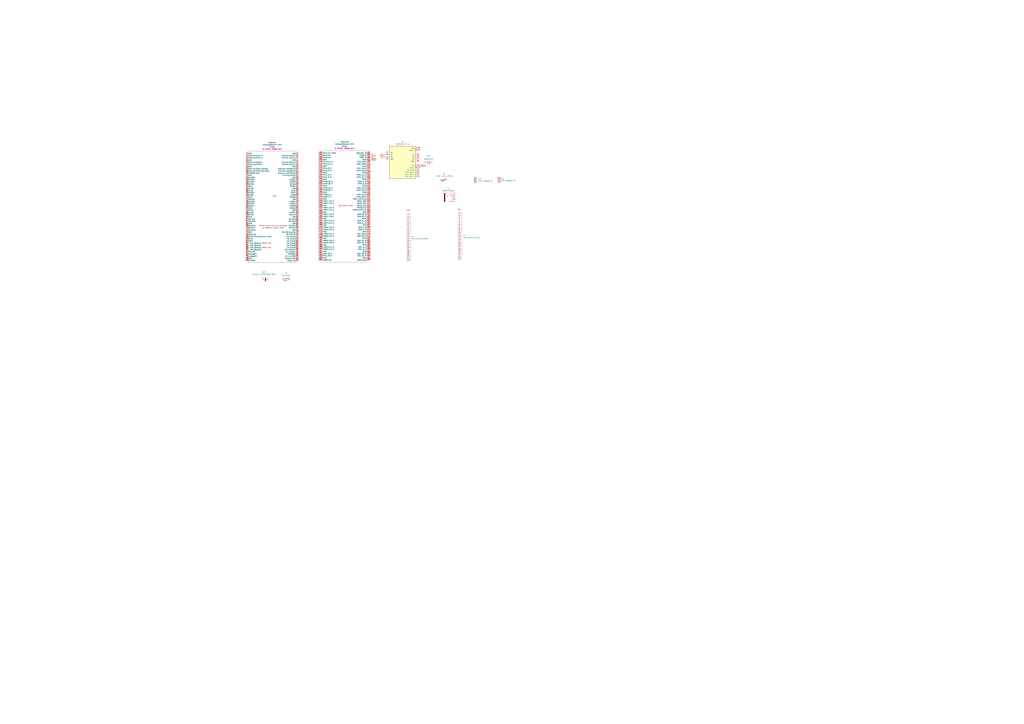
<source format=kicad_sch>
(kicad_sch (version 20211123) (generator eeschema)
  (paper "A0")
  (title_block (title "SPIRIT-carrier-board") (date "2024-08-16") (rev "1") (company "V-Electronics"))
  (lib_symbols
    (symbol "CM4IO:ComputeModule4-CM4"
      (property "Reference" "Module" (at 113.03 -68.58 0))
      (property "Value" "ComputeModule4-CM4" (at 140.97 2.54 0))
      (property "Field4" "Hirose" (at 0 0 0))
      (property "Field5" "2x DF40C-100DS-0.4V" (at 0 -2.54 0))
      (symbol "ComputeModule4-CM4_1_0"
        (text "GPIO" (at 0 6.35 0) (effects (font (size 1.27 1.27))))
      )
      (symbol "ComputeModule4-CM4_1_1"
        (rectangle (start -30.48 -71.12) (end 25.4 58.42))
        (text "600mA Max" (at -8.89 -53.34 0) (effects (font (size 1.27 1.27))))
        (text "600mA Max" (at -8.89 -48.26 0) (effects (font (size 1.27 1.27))))
        (text "NB SD signals are only available" (at -1.27 -27.94 0) (effects (font (size 1.27 1.27))))
        (text "on modules without eMMC" (at -1.27 -30.48 0) (effects (font (size 1.27 1.27))))
        (pin power_in line (at 27.94 55.88 180) (length 2.54) (name "GND") (number "1"))
        (pin passive line (at -33.02 45.72 0) (length 2.54) (name "Ethernet_Pair0_N") (number "10"))
        (pin output line (at -33.02 -68.58 0) (length 2.54) (name "nEXTRST") (number "100"))
        (pin passive line (at 27.94 43.18 180) (length 2.54) (name "Ethernet_Pair2_P") (number "11"))
        (pin passive line (at -33.02 43.18 0) (length 2.54) (name "Ethernet_Pair0_P") (number "12"))
        (pin power_in line (at 27.94 40.64 180) (length 2.54) (name "GND") (number "13"))
        (pin power_in line (at -33.02 40.64 0) (length 2.54) (name "GND") (number "14"))
        (pin output line (at 27.94 38.1 180) (length 2.54) (name "Ethernet_nLED3(3.3v)") (number "15"))
        (pin input line (at -33.02 38.1 0) (length 2.54) (name "Ethernet_SYNC_IN(1.8v)") (number "16"))
        (pin output line (at 27.94 35.56 180) (length 2.54) (name "Ethernet_nLED2(3.3v)") (number "17"))
        (pin input line (at -33.02 35.56 0) (length 2.54) (name "Ethernet_SYNC_OUT(1.8v)") (number "18"))
        (pin output line (at 27.94 33.02 180) (length 2.54) (name "Ethernet_nLED1(3.3v)") (number "19"))
        (pin power_in line (at -33.02 55.88 0) (length 2.54) (name "GND") (number "2"))
        (pin passive line (at -33.02 33.02 0) (length 2.54) (name "EEPROM_nWP") (number "20"))
        (pin open_collector line (at 27.94 30.48 180) (length 2.54) (name "PI_nLED_Activity") (number "21"))
        (pin power_in line (at -33.02 30.48 0) (length 2.54) (name "GND") (number "22"))
        (pin power_in line (at 27.94 27.94 180) (length 2.54) (name "GND") (number "23"))
        (pin passive line (at -33.02 27.94 0) (length 2.54) (name "GPIO26") (number "24"))
        (pin passive line (at 27.94 25.4 180) (length 2.54) (name "GPIO21") (number "25"))
        (pin passive line (at -33.02 25.4 0) (length 2.54) (name "GPIO19") (number "26"))
        (pin passive line (at 27.94 22.86 180) (length 2.54) (name "GPIO20") (number "27"))
        (pin passive line (at -33.02 22.86 0) (length 2.54) (name "GPIO13") (number "28"))
        (pin passive line (at 27.94 20.32 180) (length 2.54) (name "GPIO16") (number "29"))
        (pin passive line (at 27.94 53.34 180) (length 2.54) (name "Ethernet_Pair3_P") (number "3"))
        (pin passive line (at -33.02 20.32 0) (length 2.54) (name "GPIO6") (number "30"))
        (pin passive line (at 27.94 17.78 180) (length 2.54) (name "GPIO12") (number "31"))
        (pin power_in line (at -33.02 17.78 0) (length 2.54) (name "GND") (number "32"))
        (pin power_in line (at 27.94 15.24 180) (length 2.54) (name "GND") (number "33"))
        (pin passive line (at -33.02 15.24 0) (length 2.54) (name "GPIO5") (number "34"))
        (pin passive line (at 27.94 12.7 180) (length 2.54) (name "ID_SC") (number "35"))
        (pin passive line (at -33.02 12.7 0) (length 2.54) (name "ID_SD") (number "36"))
        (pin passive line (at 27.94 10.16 180) (length 2.54) (name "GPIO7") (number "37"))
        (pin passive line (at -33.02 10.16 0) (length 2.54) (name "GPIO11") (number "38"))
        (pin passive line (at 27.94 7.62 180) (length 2.54) (name "GPIO8") (number "39"))
        (pin passive line (at -33.02 53.34 0) (length 2.54) (name "Ethernet_Pair1_P") (number "4"))
        (pin passive line (at -33.02 7.62 0) (length 2.54) (name "GPIO9") (number "40"))
        (pin passive line (at 27.94 5.08 180) (length 2.54) (name "GPIO25") (number "41"))
        (pin power_in line (at -33.02 5.08 0) (length 2.54) (name "GND") (number "42"))
        (pin power_in line (at 27.94 2.54 180) (length 2.54) (name "GND") (number "43"))
        (pin passive line (at -33.02 2.54 0) (length 2.54) (name "GPIO10") (number "44"))
        (pin passive line (at 27.94 0 180) (length 2.54) (name "GPIO24") (number "45"))
        (pin passive line (at -33.02 0 0) (length 2.54) (name "GPIO22") (number "46"))
        (pin passive line (at 27.94 -2.54 180) (length 2.54) (name "GPIO23") (number "47"))
        (pin passive line (at -33.02 -2.54 0) (length 2.54) (name "GPIO27") (number "48"))
        (pin passive line (at 27.94 -5.08 180) (length 2.54) (name "GPIO18") (number "49"))
        (pin passive line (at 27.94 50.8 180) (length 2.54) (name "Ethernet_Pair3_N") (number "5"))
        (pin passive line (at -33.02 -5.08 0) (length 2.54) (name "GPIO17") (number "50"))
        (pin passive line (at 27.94 -7.62 180) (length 2.54) (name "GPIO15") (number "51"))
        (pin power_in line (at -33.02 -7.62 0) (length 2.54) (name "GND") (number "52"))
        (pin power_in line (at 27.94 -10.16 180) (length 2.54) (name "GND") (number "53"))
        (pin passive line (at -33.02 -10.16 0) (length 2.54) (name "GPIO4") (number "54"))
        (pin passive line (at 27.94 -12.7 180) (length 2.54) (name "GPIO14") (number "55"))
        (pin passive line (at -33.02 -12.7 0) (length 2.54) (name "GPIO3") (number "56"))
        (pin passive line (at 27.94 -15.24 180) (length 2.54) (name "SD_CLK") (number "57"))
        (pin passive line (at -33.02 -15.24 0) (length 2.54) (name "GPIO2") (number "58"))
        (pin power_in line (at 27.94 -17.78 180) (length 2.54) (name "GND") (number "59"))
        (pin passive line (at -33.02 50.8 0) (length 2.54) (name "Ethernet_Pair1_N") (number "6"))
        (pin power_in line (at -33.02 -17.78 0) (length 2.54) (name "GND") (number "60"))
        (pin passive line (at 27.94 -20.32 180) (length 2.54) (name "SD_DAT3") (number "61"))
        (pin passive line (at -33.02 -20.32 0) (length 2.54) (name "SD_CMD") (number "62"))
        (pin passive line (at 27.94 -22.86 180) (length 2.54) (name "SD_DAT0") (number "63"))
        (pin passive line (at -33.02 -22.86 0) (length 2.54) (name "SD_DAT5") (number "64"))
        (pin power_in line (at 27.94 -25.4 180) (length 2.54) (name "GND") (number "65"))
        (pin power_in line (at -33.02 -25.4 0) (length 2.54) (name "GND") (number "66"))
        (pin passive line (at 27.94 -27.94 180) (length 2.54) (name "SD_DAT1") (number "67"))
        (pin passive line (at -33.02 -27.94 0) (length 2.54) (name "SD_DAT4") (number "68"))
        (pin passive line (at 27.94 -30.48 180) (length 2.54) (name "SD_DAT2") (number "69"))
        (pin power_in line (at 27.94 48.26 180) (length 2.54) (name "GND") (number "7"))
        (pin passive line (at -33.02 -30.48 0) (length 2.54) (name "SD_DAT7") (number "70"))
        (pin power_in line (at 27.94 -33.02 180) (length 2.54) (name "GND") (number "71"))
        (pin passive line (at -33.02 -33.02 0) (length 2.54) (name "SD_DAT6") (number "72"))
        (pin input line (at 27.94 -35.56 180) (length 2.54) (name "SD_VDD_Override") (number "73"))
        (pin power_in line (at -33.02 -35.56 0) (length 2.54) (name "GND") (number "74"))
        (pin output line (at 27.94 -38.1 180) (length 2.54) (name "SD_PWR_ON") (number "75"))
        (pin passive line (at -33.02 -38.1 0) (length 2.54) (name "Reserved") (number "76"))
        (pin power_in line (at 27.94 -40.64 180) (length 2.54) (name "+5v_(Input)") (number "77"))
        (pin power_in line (at -33.02 -40.64 0) (length 2.54) (name "GPIO_VREF(1.8v/3.3v_Input)") (number "78"))
        (pin power_in line (at 27.94 -43.18 180) (length 2.54) (name "+5v_(Input)") (number "79"))
        (pin power_in line (at -33.02 48.26 0) (length 2.54) (name "GND") (number "8"))
        (pin passive line (at -33.02 -43.18 0) (length 2.54) (name "SCL0") (number "80"))
        (pin power_in line (at 27.94 -45.72 180) (length 2.54) (name "+5v_(Input)") (number "81"))
        (pin passive line (at -33.02 -45.72 0) (length 2.54) (name "SDA0") (number "82"))
        (pin power_in line (at 27.94 -48.26 180) (length 2.54) (name "+5v_(Input)") (number "83"))
        (pin power_out line (at -33.02 -48.26 0) (length 2.54) (name "+3.3v_(Output)") (number "84"))
        (pin power_in line (at 27.94 -50.8 180) (length 2.54) (name "+5v_(Input)") (number "85"))
        (pin power_out line (at -33.02 -50.8 0) (length 2.54) (name "+3.3v_(Output)") (number "86"))
        (pin power_in line (at 27.94 -53.34 180) (length 2.54) (name "+5v_(Input)") (number "87"))
        (pin power_out line (at -33.02 -53.34 0) (length 2.54) (name "+1.8v_(Output)") (number "88"))
        (pin power_in line (at 27.94 -55.88 180) (length 2.54) (name "WiFi_nDisable") (number "89"))
        (pin passive line (at 27.94 45.72 180) (length 2.54) (name "Ethernet_Pair2_N") (number "9"))
        (pin power_out line (at -33.02 -55.88 0) (length 2.54) (name "+1.8v_(Output)") (number "90"))
        (pin power_in line (at 27.94 -58.42 180) (length 2.54) (name "BT_nDisable") (number "91"))
        (pin passive line (at -33.02 -58.42 0) (length 2.54) (name "RUN_PG") (number "92"))
        (pin input line (at 27.94 -60.96 180) (length 2.54) (name "nRPIBOOT") (number "93"))
        (pin passive line (at -33.02 -60.96 0) (length 2.54) (name "AnalogIP1") (number "94"))
        (pin output line (at 27.94 -63.5 180) (length 2.54) (name "nPI_LED_PWR") (number "95"))
        (pin passive line (at -33.02 -63.5 0) (length 2.54) (name "AnalogIP0") (number "96"))
        (pin passive line (at 27.94 -66.04 180) (length 2.54) (name "Camera_GPIO") (number "97"))
        (pin power_in line (at -33.02 -66.04 0) (length 2.54) (name "GND") (number "98"))
        (pin input line (at 27.94 -68.58 180) (length 2.54) (name "Global_EN") (number "99"))
      )
      (symbol "ComputeModule4-CM4_2_1"
        (rectangle (start 114.3 -66.04) (end 165.1 63.5))
        (text "High Speed Serial" (at 140.97 0 0) (effects (font (size 1.27 1.27))))
        (pin input line (at 170.18 60.96 180) (length 5.08) (name "USB_OTG_ID") (number "101"))
        (pin input line (at 109.22 60.96 0) (length 5.08) (name "PCIe_CLK_nREQ") (number "102"))
        (pin passive line (at 170.18 58.42 180) (length 5.08) (name "USB2_N") (number "103"))
        (pin passive line (at 109.22 58.42 0) (length 5.08) (name "Reserved") (number "104"))
        (pin passive line (at 170.18 55.88 180) (length 5.08) (name "USB2_P") (number "105"))
        (pin passive line (at 109.22 55.88 0) (length 5.08) (name "Reserved") (number "106"))
        (pin power_in line (at 170.18 53.34 180) (length 5.08) (name "GND") (number "107"))
        (pin power_in line (at 109.22 53.34 0) (length 5.08) (name "GND") (number "108"))
        (pin bidirectional line (at 170.18 50.8 180) (length 5.08) (name "PCIe_nRST") (number "109"))
        (pin output line (at 109.22 50.8 0) (length 5.08) (name "PCIe_CLK_P") (number "110"))
        (pin passive line (at 170.18 48.26 180) (length 5.08) (name "VDAC_COMP") (number "111"))
        (pin output line (at 109.22 48.26 0) (length 5.08) (name "PCIe_CLK_N") (number "112"))
        (pin power_in line (at 170.18 45.72 180) (length 5.08) (name "GND") (number "113"))
        (pin power_in line (at 109.22 45.72 0) (length 5.08) (name "GND") (number "114"))
        (pin input line (at 170.18 43.18 180) (length 5.08) (name "CAM1_D0_N") (number "115"))
        (pin input line (at 109.22 43.18 0) (length 5.08) (name "PCIe_RX_P") (number "116"))
        (pin input line (at 170.18 40.64 180) (length 5.08) (name "CAM1_D0_P") (number "117"))
        (pin input line (at 109.22 40.64 0) (length 5.08) (name "PCIe_RX_N") (number "118"))
        (pin power_in line (at 170.18 38.1 180) (length 5.08) (name "GND") (number "119"))
        (pin power_in line (at 109.22 38.1 0) (length 5.08) (name "GND") (number "120"))
        (pin input line (at 170.18 35.56 180) (length 5.08) (name "CAM1_D1_N") (number "121"))
        (pin output line (at 109.22 35.56 0) (length 5.08) (name "PCIe_TX_P") (number "122"))
        (pin input line (at 170.18 33.02 180) (length 5.08) (name "CAM1_D1_P") (number "123"))
        (pin output line (at 109.22 33.02 0) (length 5.08) (name "PCIe_TX_N") (number "124"))
        (pin power_in line (at 170.18 30.48 180) (length 5.08) (name "GND") (number "125"))
        (pin power_in line (at 109.22 30.48 0) (length 5.08) (name "GND") (number "126"))
        (pin input line (at 170.18 27.94 180) (length 5.08) (name "CAM1_C_N") (number "127"))
        (pin input line (at 109.22 27.94 0) (length 5.08) (name "CAM0_D0_N") (number "128"))
        (pin input line (at 170.18 25.4 180) (length 5.08) (name "CAM1_C_P") (number "129"))
        (pin input line (at 109.22 25.4 0) (length 5.08) (name "CAM0_D0_P") (number "130"))
        (pin power_in line (at 170.18 22.86 180) (length 5.08) (name "GND") (number "131"))
        (pin power_in line (at 109.22 22.86 0) (length 5.08) (name "GND") (number "132"))
        (pin input line (at 170.18 20.32 180) (length 5.08) (name "CAM1_D2_N") (number "133"))
        (pin input line (at 109.22 20.32 0) (length 5.08) (name "CAM0_D1_N") (number "134"))
        (pin input line (at 170.18 17.78 180) (length 5.08) (name "CAM1_D2_P") (number "135"))
        (pin input line (at 109.22 17.78 0) (length 5.08) (name "CAM0_D1_P") (number "136"))
        (pin power_in line (at 170.18 15.24 180) (length 5.08) (name "GND") (number "137"))
        (pin power_in line (at 109.22 15.24 0) (length 5.08) (name "GND") (number "138"))
        (pin input line (at 170.18 12.7 180) (length 5.08) (name "CAM1_D3_N") (number "139"))
        (pin input line (at 109.22 12.7 0) (length 5.08) (name "CAM0_C_N") (number "140"))
        (pin input line (at 170.18 10.16 180) (length 5.08) (name "CAM1_D3_P") (number "141"))
        (pin input line (at 109.22 10.16 0) (length 5.08) (name "CAM0_C_P") (number "142"))
        (pin input line (at 170.18 7.62 180) (length 5.08) (name "HDMI1_HOTPLUG") (number "143"))
        (pin power_in line (at 109.22 7.62 0) (length 5.08) (name "GND") (number "144"))
        (pin bidirectional line (at 170.18 5.08 180) (length 5.08) (name "HDMI1_SDA") (number "145"))
        (pin output line (at 109.22 5.08 0) (length 5.08) (name "HDMI1_TX2_P") (number "146"))
        (pin open_collector line (at 170.18 2.54 180) (length 5.08) (name "HDMI1_SCL") (number "147"))
        (pin output line (at 109.22 2.54 0) (length 5.08) (name "HDMI1_TX2_N") (number "148"))
        (pin open_collector line (at 170.18 0 180) (length 5.08) (name "HDMI1_CEC") (number "149"))
        (pin power_in line (at 109.22 0 0) (length 5.08) (name "GND") (number "150"))
        (pin open_collector line (at 170.18 -2.54 180) (length 5.08) (name "HDMI0_CEC") (number "151"))
        (pin output line (at 109.22 -2.54 0) (length 5.08) (name "HDMI1_TX1_P") (number "152"))
        (pin input line (at 170.18 -5.08 180) (length 5.08) (name "HDMI0_HOTPLUG") (number "153"))
        (pin output line (at 109.22 -5.08 0) (length 5.08) (name "HDMI1_TX1_N") (number "154"))
        (pin power_in line (at 170.18 -7.62 180) (length 5.08) (name "GND") (number "155"))
        (pin power_in line (at 109.22 -7.62 0) (length 5.08) (name "GND") (number "156"))
        (pin output line (at 170.18 -10.16 180) (length 5.08) (name "DSI0_D0_N") (number "157"))
        (pin output line (at 109.22 -10.16 0) (length 5.08) (name "HDMI1_TX0_P") (number "158"))
        (pin output line (at 170.18 -12.7 180) (length 5.08) (name "DSI0_D0_P") (number "159"))
        (pin output line (at 109.22 -12.7 0) (length 5.08) (name "HDMI1_TX0_N") (number "160"))
        (pin power_in line (at 170.18 -15.24 180) (length 5.08) (name "GND") (number "161"))
        (pin power_in line (at 109.22 -15.24 0) (length 5.08) (name "GND") (number "162"))
        (pin output line (at 170.18 -17.78 180) (length 5.08) (name "DSI0_D1_N") (number "163"))
        (pin output line (at 109.22 -17.78 0) (length 5.08) (name "HDMI1_CLK_P") (number "164"))
        (pin output line (at 170.18 -20.32 180) (length 5.08) (name "DSI0_D1_P") (number "165"))
        (pin output line (at 109.22 -20.32 0) (length 5.08) (name "HDMI1_CLK_N") (number "166"))
        (pin power_in line (at 170.18 -22.86 180) (length 5.08) (name "GND") (number "167"))
        (pin power_in line (at 109.22 -22.86 0) (length 5.08) (name "GND") (number "168"))
        (pin output line (at 170.18 -25.4 180) (length 5.08) (name "DSI0_C_N") (number "169"))
        (pin output line (at 109.22 -25.4 0) (length 5.08) (name "HDMI0_TX2_P") (number "170"))
        (pin output line (at 170.18 -27.94 180) (length 5.08) (name "DSI0_C_P") (number "171"))
        (pin output line (at 109.22 -27.94 0) (length 5.08) (name "HDMI0_TX2_N") (number "172"))
        (pin power_in line (at 170.18 -30.48 180) (length 5.08) (name "GND") (number "173"))
        (pin power_in line (at 109.22 -30.48 0) (length 5.08) (name "GND") (number "174"))
        (pin output line (at 170.18 -33.02 180) (length 5.08) (name "DSI1_D0_N") (number "175"))
        (pin output line (at 109.22 -33.02 0) (length 5.08) (name "HDMI0_TX1_P") (number "176"))
        (pin output line (at 170.18 -35.56 180) (length 5.08) (name "DSI1_D0_P") (number "177"))
        (pin output line (at 109.22 -35.56 0) (length 5.08) (name "HDMI0_TX1_N") (number "178"))
        (pin power_in line (at 170.18 -38.1 180) (length 5.08) (name "GND") (number "179"))
        (pin power_in line (at 109.22 -38.1 0) (length 5.08) (name "GND") (number "180"))
        (pin output line (at 170.18 -40.64 180) (length 5.08) (name "DSI1_D1_N") (number "181"))
        (pin output line (at 109.22 -40.64 0) (length 5.08) (name "HDMI0_TX0_P") (number "182"))
        (pin output line (at 170.18 -43.18 180) (length 5.08) (name "DSI1_D1_P") (number "183"))
        (pin output line (at 109.22 -43.18 0) (length 5.08) (name "HDMI0_TX0_N") (number "184"))
        (pin power_in line (at 170.18 -45.72 180) (length 5.08) (name "GND") (number "185"))
        (pin power_in line (at 109.22 -45.72 0) (length 5.08) (name "GND") (number "186"))
        (pin output line (at 170.18 -48.26 180) (length 5.08) (name "DSI1_C_N") (number "187"))
        (pin output line (at 109.22 -48.26 0) (length 5.08) (name "HDMI0_CLK_P") (number "188"))
        (pin output line (at 170.18 -50.8 180) (length 5.08) (name "DSI1_C_P") (number "189"))
        (pin output line (at 109.22 -50.8 0) (length 5.08) (name "HDMI0_CLK_N") (number "190"))
        (pin power_in line (at 170.18 -53.34 180) (length 5.08) (name "GND") (number "191"))
        (pin power_in line (at 109.22 -53.34 0) (length 5.08) (name "GND") (number "192"))
        (pin output line (at 170.18 -55.88 180) (length 5.08) (name "DSI1_D2_N") (number "193"))
        (pin output line (at 109.22 -55.88 0) (length 5.08) (name "DSI1_D3_N") (number "194"))
        (pin output line (at 170.18 -58.42 180) (length 5.08) (name "DSI1_D2_P") (number "195"))
        (pin output line (at 109.22 -58.42 0) (length 5.08) (name "DSI1_D3_P") (number "196"))
        (pin power_in line (at 170.18 -60.96 180) (length 5.08) (name "GND") (number "197"))
        (pin power_in line (at 109.22 -60.96 0) (length 5.08) (name "GND") (number "198"))
        (pin bidirectional line (at 170.18 -63.5 180) (length 5.08) (name "HDMI0_SDA") (number "199"))
        (pin open_collector line (at 109.22 -63.5 0) (length 5.08) (name "HDMI0_SCL") (number "200"))
      )
    )
    (symbol "Connector:Conn_01x22_Female" (pin_names (offset 1.016) hide)
      (property "Reference" "J" (at 0 27.94 0))
      (property "Value" "Conn_01x22_Female" (at 0 -30.48 0))
      (symbol "Conn_01x22_Female_1_1"
        (arc (start 0 -27.432) (mid -0.508 -27.94) (end 0 -28.448) (stroke (width 0.1524)))
        (arc (start 0 -24.892) (mid -0.508 -25.4) (end 0 -25.908) (stroke (width 0.1524)))
        (arc (start 0 -22.352) (mid -0.508 -22.86) (end 0 -23.368) (stroke (width 0.1524)))
        (arc (start 0 -19.812) (mid -0.508 -20.32) (end 0 -20.828) (stroke (width 0.1524)))
        (arc (start 0 -17.272) (mid -0.508 -17.78) (end 0 -18.288) (stroke (width 0.1524)))
        (arc (start 0 -14.732) (mid -0.508 -15.24) (end 0 -15.748) (stroke (width 0.1524)))
        (arc (start 0 -12.192) (mid -0.508 -12.7) (end 0 -13.208) (stroke (width 0.1524)))
        (arc (start 0 -9.652) (mid -0.508 -10.16) (end 0 -10.668) (stroke (width 0.1524)))
        (arc (start 0 -7.112) (mid -0.508 -7.62) (end 0 -8.128) (stroke (width 0.1524)))
        (arc (start 0 -4.572) (mid -0.508 -5.08) (end 0 -5.588) (stroke (width 0.1524)))
        (arc (start 0 -2.032) (mid -0.508 -2.54) (end 0 -3.048) (stroke (width 0.1524)))
        (polyline (pts (xy -1.27 -27.94) (xy -0.508 -27.94)) (stroke (width 0.1524)))
        (polyline (pts (xy -1.27 -25.4) (xy -0.508 -25.4)) (stroke (width 0.1524)))
        (polyline (pts (xy -1.27 -22.86) (xy -0.508 -22.86)) (stroke (width 0.1524)))
        (polyline (pts (xy -1.27 -20.32) (xy -0.508 -20.32)) (stroke (width 0.1524)))
        (polyline (pts (xy -1.27 -17.78) (xy -0.508 -17.78)) (stroke (width 0.1524)))
        (polyline (pts (xy -1.27 -15.24) (xy -0.508 -15.24)) (stroke (width 0.1524)))
        (polyline (pts (xy -1.27 -12.7) (xy -0.508 -12.7)) (stroke (width 0.1524)))
        (polyline (pts (xy -1.27 -10.16) (xy -0.508 -10.16)) (stroke (width 0.1524)))
        (polyline (pts (xy -1.27 -7.62) (xy -0.508 -7.62)) (stroke (width 0.1524)))
        (polyline (pts (xy -1.27 -5.08) (xy -0.508 -5.08)) (stroke (width 0.1524)))
        (polyline (pts (xy -1.27 -2.54) (xy -0.508 -2.54)) (stroke (width 0.1524)))
        (polyline (pts (xy -1.27 0) (xy -0.508 0)) (stroke (width 0.1524)))
        (polyline (pts (xy -1.27 2.54) (xy -0.508 2.54)) (stroke (width 0.1524)))
        (polyline (pts (xy -1.27 5.08) (xy -0.508 5.08)) (stroke (width 0.1524)))
        (polyline (pts (xy -1.27 7.62) (xy -0.508 7.62)) (stroke (width 0.1524)))
        (polyline (pts (xy -1.27 10.16) (xy -0.508 10.16)) (stroke (width 0.1524)))
        (polyline (pts (xy -1.27 12.7) (xy -0.508 12.7)) (stroke (width 0.1524)))
        (polyline (pts (xy -1.27 15.24) (xy -0.508 15.24)) (stroke (width 0.1524)))
        (polyline (pts (xy -1.27 17.78) (xy -0.508 17.78)) (stroke (width 0.1524)))
        (polyline (pts (xy -1.27 20.32) (xy -0.508 20.32)) (stroke (width 0.1524)))
        (polyline (pts (xy -1.27 22.86) (xy -0.508 22.86)) (stroke (width 0.1524)))
        (polyline (pts (xy -1.27 25.4) (xy -0.508 25.4)) (stroke (width 0.1524)))
        (arc (start 0 0.508) (mid -0.508 0) (end 0 -0.508) (stroke (width 0.1524)))
        (arc (start 0 3.048) (mid -0.508 2.54) (end 0 2.032) (stroke (width 0.1524)))
        (arc (start 0 5.588) (mid -0.508 5.08) (end 0 4.572) (stroke (width 0.1524)))
        (arc (start 0 8.128) (mid -0.508 7.62) (end 0 7.112) (stroke (width 0.1524)))
        (arc (start 0 10.668) (mid -0.508 10.16) (end 0 9.652) (stroke (width 0.1524)))
        (arc (start 0 13.208) (mid -0.508 12.7) (end 0 12.192) (stroke (width 0.1524)))
        (arc (start 0 15.748) (mid -0.508 15.24) (end 0 14.732) (stroke (width 0.1524)))
        (arc (start 0 18.288) (mid -0.508 17.78) (end 0 17.272) (stroke (width 0.1524)))
        (arc (start 0 20.828) (mid -0.508 20.32) (end 0 19.812) (stroke (width 0.1524)))
        (arc (start 0 23.368) (mid -0.508 22.86) (end 0 22.352) (stroke (width 0.1524)))
        (arc (start 0 25.908) (mid -0.508 25.4) (end 0 24.892) (stroke (width 0.1524)))
        (pin passive line (at -5.08 25.4 0) (length 3.81) (name "Pin_1") (number "1"))
        (pin passive line (at -5.08 2.54 0) (length 3.81) (name "Pin_10") (number "10"))
        (pin passive line (at -5.08 0 0) (length 3.81) (name "Pin_11") (number "11"))
        (pin passive line (at -5.08 -2.54 0) (length 3.81) (name "Pin_12") (number "12"))
        (pin passive line (at -5.08 -5.08 0) (length 3.81) (name "Pin_13") (number "13"))
        (pin passive line (at -5.08 -7.62 0) (length 3.81) (name "Pin_14") (number "14"))
        (pin passive line (at -5.08 -10.16 0) (length 3.81) (name "Pin_15") (number "15"))
        (pin passive line (at -5.08 -12.7 0) (length 3.81) (name "Pin_16") (number "16"))
        (pin passive line (at -5.08 -15.24 0) (length 3.81) (name "Pin_17") (number "17"))
        (pin passive line (at -5.08 -17.78 0) (length 3.81) (name "Pin_18") (number "18"))
        (pin passive line (at -5.08 -20.32 0) (length 3.81) (name "Pin_19") (number "19"))
        (pin passive line (at -5.08 22.86 0) (length 3.81) (name "Pin_2") (number "2"))
        (pin passive line (at -5.08 -22.86 0) (length 3.81) (name "Pin_20") (number "20"))
        (pin passive line (at -5.08 -25.4 0) (length 3.81) (name "Pin_21") (number "21"))
        (pin passive line (at -5.08 -27.94 0) (length 3.81) (name "Pin_22") (number "22"))
        (pin passive line (at -5.08 20.32 0) (length 3.81) (name "Pin_3") (number "3"))
        (pin passive line (at -5.08 17.78 0) (length 3.81) (name "Pin_4") (number "4"))
        (pin passive line (at -5.08 15.24 0) (length 3.81) (name "Pin_5") (number "5"))
        (pin passive line (at -5.08 12.7 0) (length 3.81) (name "Pin_6") (number "6"))
        (pin passive line (at -5.08 10.16 0) (length 3.81) (name "Pin_7") (number "7"))
        (pin passive line (at -5.08 7.62 0) (length 3.81) (name "Pin_8") (number "8"))
        (pin passive line (at -5.08 5.08 0) (length 3.81) (name "Pin_9") (number "9"))
      )
    )
    (symbol "SPIRIT-components:35RAPC4BHN2" (pin_names (offset 1.016))
      (property "Reference" "J" (at -5.0998 5.6097 0))
      (property "Value" "35RAPC4BHN2" (at -5.0995 -7.6493 0))
      (symbol "35RAPC4BHN2_0_0"
        (rectangle (start -6.3848 -5.1078) (end -5.08 5.08) (stroke (width 0.1)) (fill (type outline)))
        (polyline (pts (xy -2.54 1.27) (xy -3.81 2.54)) (stroke (width 0.1524)))
        (polyline (pts (xy -1.27 -5.08) (xy 0 -3.81)) (stroke (width 0.1524)))
        (polyline (pts (xy -1.27 2.54) (xy -2.54 1.27)) (stroke (width 0.1524)))
        (polyline (pts (xy 0 -3.81) (xy 1.27 -5.08)) (stroke (width 0.1524)))
        (polyline (pts (xy 1.27 -5.08) (xy 2.54 -5.08)) (stroke (width 0.1524)))
        (polyline (pts (xy 2.032 -4.318) (xy 2.54 -5.08)) (stroke (width 0.1524)))
        (polyline (pts (xy 2.032 1.778) (xy 2.54 1.778)) (stroke (width 0.1524)))
        (polyline (pts (xy 2.54 -5.08) (xy 3.048 -4.318)) (stroke (width 0.1524)))
        (polyline (pts (xy 2.54 -4.318) (xy 2.032 -4.318)) (stroke (width 0.1524)))
        (polyline (pts (xy 2.54 -4.318) (xy 2.54 -2.54)) (stroke (width 0.1524)))
        (polyline (pts (xy 2.54 1.778) (xy 2.54 0)) (stroke (width 0.1524)))
        (polyline (pts (xy 2.54 1.778) (xy 3.048 1.778)) (stroke (width 0.1524)))
        (polyline (pts (xy 2.54 2.54) (xy -1.27 2.54)) (stroke (width 0.1524)))
        (polyline (pts (xy 2.54 2.54) (xy 2.032 1.778)) (stroke (width 0.1524)))
        (polyline (pts (xy 2.54 5.08) (xy -5.08 5.08)) (stroke (width 0.1524)))
        (polyline (pts (xy 3.048 -4.318) (xy 2.54 -4.318)) (stroke (width 0.1524)))
        (polyline (pts (xy 3.048 1.778) (xy 2.54 2.54)) (stroke (width 0.1524)))
        (polyline (pts (xy 3.81 2.54) (xy 2.54 2.54)) (stroke (width 0.1524)))
        (pin passive line (at 7.62 5.08 180) (length 5.08) (name "~") (number "1"))
        (pin passive line (at 7.62 -2.54 180) (length 5.08) (name "~") (number "10"))
        (pin passive line (at 7.62 0 180) (length 5.08) (name "~") (number "11"))
        (pin passive line (at 7.62 -5.08 180) (length 5.08) (name "~") (number "2"))
        (pin passive line (at 7.62 2.54 180) (length 5.08) (name "~") (number "3"))
      )
    )
    (symbol "SPIRIT-components:CMR-15062S-67" (pin_numbers hide) (pin_names (offset 1.016) hide)
      (property "Reference" "LS" (at -3.81 8.9154 0))
      (property "Value" "CMR-15062S-67" (at -3.8354 -11.4808 0))
      (symbol "CMR-15062S-67_0_0"
        (polyline (pts (xy -0.635 -1.27) (xy -0.635 1.27)) (stroke (width 0.254)))
        (polyline (pts (xy -0.635 1.27) (xy 0 1.27)) (stroke (width 0.254)))
        (polyline (pts (xy 0 -1.27) (xy -0.635 -1.27)) (stroke (width 0.254)))
        (polyline (pts (xy 0 -1.27) (xy 0 -2.54)) (stroke (width 0.254)))
        (polyline (pts (xy 0 1.27) (xy 0 2.54)) (stroke (width 0.254)))
        (polyline (pts (xy 0 1.27) (xy 0.635 1.27)) (stroke (width 0.254)))
        (polyline (pts (xy 0.635 -1.27) (xy 0 -1.27)) (stroke (width 0.254)))
        (polyline (pts (xy 0.635 1.27) (xy 0.635 -1.27)) (stroke (width 0.254)))
        (polyline (pts (xy 0.635 1.27) (xy 1.905 3.175)) (stroke (width 0.254)))
        (polyline (pts (xy 1.905 -3.175) (xy 0.635 -1.27)) (stroke (width 0.254)))
        (polyline (pts (xy 1.905 3.175) (xy 1.905 -3.175)) (stroke (width 0.254)))
        (text "+" (at -1.905 1.27 0) (effects (font (size 1.778 1.778)) (justify left bottom)))
        (text "-" (at -1.9304 -3.81 0) (effects (font (size 1.8034 1.8034)) (justify left bottom)))
        (pin passive line (at 0 -5.08 90) (length 2.54) (name "~") (number "N"))
        (pin passive line (at 0 5.08 270) (length 2.54) (name "~") (number "P"))
      )
    )
    (symbol "SPIRIT-components:Flash-LED-Lumiled"
      (property "Reference" "U" (at 0 0 0))
      (property "Value" "Flash-LED-Lumiled" (at 0 0 0))
      (symbol "Flash-LED-Lumiled_0_1"
        (polyline (pts (xy 1.27 -3.81) (xy -1.27 -3.81)))
        (polyline (pts (xy 1.27 -2.54) (xy 1.27 -5.08)) (stroke (width 0.254)))
        (polyline (pts (xy -1.27 -2.54) (xy -1.27 -5.08) (xy 1.27 -3.81) (xy -1.27 -2.54)) (stroke (width 0.254)))
        (polyline (pts (xy 1.778 -3.048) (xy 3.302 -1.524) (xy 2.54 -1.524) (xy 3.302 -1.524) (xy 3.302 -2.286)))
        (polyline (pts (xy 3.048 -3.048) (xy 4.572 -1.524) (xy 3.81 -1.524) (xy 4.572 -1.524) (xy 4.572 -2.286)))
      )
      (symbol "Flash-LED-Lumiled_1_1"
        (pin power_in line (at 3.81 -3.81 180) (length 2.54) (name "-") (number "1"))
        (pin power_in line (at -3.81 -3.81 0) (length 2.54) (name "+") (number "2"))
      )
    )
    (symbol "SPIRIT-components:SMBJ5.0A" (pin_names (offset 0.254))
      (property "Reference" "CR" (at 5.08 4.445 0))
      (property "Value" "SMBJ5.0A" (at 5.08 -3.81 0))
      (symbol "SMBJ5.0A_0_1"
        (polyline (pts (xy 2.54 0) (xy 3.4798 0)) (stroke (width 0.2032)))
        (polyline (pts (xy 3.175 0) (xy 3.81 0)) (stroke (width 0.2032)))
        (polyline (pts (xy 3.81 -1.905) (xy 6.35 0)) (stroke (width 0.2032)))
        (polyline (pts (xy 3.81 1.905) (xy 3.81 -1.905)) (stroke (width 0.2032)))
        (polyline (pts (xy 6.35 -1.905) (xy 5.715 -1.905)) (stroke (width 0.2032)))
        (polyline (pts (xy 6.35 -1.905) (xy 6.35 1.905)) (stroke (width 0.2032)))
        (polyline (pts (xy 6.35 0) (xy 3.81 1.905)) (stroke (width 0.2032)))
        (polyline (pts (xy 6.35 0) (xy 7.62 0)) (stroke (width 0.2032)))
        (polyline (pts (xy 6.35 1.905) (xy 6.985 1.905)) (stroke (width 0.2032)))
        (pin unspecified line (at 10.16 0 180) (length 2.54) (name "") (number "1"))
        (pin unspecified line (at 0 0 0) (length 2.54) (name "") (number "2"))
      )
    )
    (symbol "SPIRIT-components:battery-37V2AhLP504783JU"
      (property "Reference" "BAT" (at 0 3.81 0))
      (property "Value" "battery-37V2AhLP504783JU" (at 0 1.27 0))
      (symbol "battery-37V2AhLP504783JU_0_1"
        (rectangle (start -0.635 -5.715) (end -0.381 -1.143) (fill (type outline)))
        (rectangle (start -0.0508 -5.0038) (end 0.4572 -1.9558) (fill (type outline)))
        (polyline (pts (xy -4.064 -1.143) (xy -3.048 -1.143)) (stroke (width 0.254)))
        (polyline (pts (xy -3.556 -1.651) (xy -3.556 -0.635)) (stroke (width 0.254)))
        (polyline (pts (xy -0.635 -3.429) (xy -1.397 -3.429)))
        (polyline (pts (xy 0.381 -3.429) (xy 1.143 -3.429)))
      )
      (symbol "battery-37V2AhLP504783JU_1_1"
        (pin passive line (at -3.937 -3.429 0) (length 2.54) (name "+") (number "1"))
        (pin passive line (at 3.683 -3.429 180) (length 2.54) (name "-") (number "2"))
      )
    )
    (symbol "SPIRIT-components:thermistor"
      (property "Reference" "R" (at 0 -1.27 0))
      (property "Value" "thermistor" (at 0 1.27 0))
      (symbol "thermistor_0_1"
        (rectangle (start -1.905 -4.191) (end 3.175 -2.159) (stroke (width 0.2032)))
        (polyline (pts (xy -2.54 -5.08) (xy -1.27 -5.08) (xy 2.54 -1.27) (xy 3.81 -1.27) (xy 3.81 -1.27)) (stroke (width 0.254)))
      )
      (symbol "thermistor_1_1"
        (pin passive line (at -4.445 -3.175 0) (length 2.54) (name "~") (number "1"))
        (pin passive line (at 5.715 -3.175 180) (length 2.54) (name "~") (number "2"))
      )
    )
    (symbol "USB_C_SPIRIT:USB4105-GF-A" (pin_names (offset 1.016))
      (property "Reference" "J" (at -15.24 13.97 0))
      (property "Value" "USB4105-GF-A" (at -15.24 -27.94 0))
      (symbol "USB4105-GF-A_0_0"
        (rectangle (start -15.24 -25.4) (end 15.24 12.7) (stroke (width 0.254)) (fill (type background)))
        (pin power_in line (at 20.32 -10.16 180) (length 5.08) (name "GND") (number "A1_B12"))
        (pin power_in line (at 20.32 10.16 180) (length 5.08) (name "VBUS") (number "A4_B9"))
        (pin bidirectional line (at -20.32 5.08 0) (length 5.08) (name "CC1") (number "A5"))
        (pin bidirectional line (at -20.32 2.54 0) (length 5.08) (name "DP1") (number "A6"))
        (pin bidirectional line (at -20.32 0 0) (length 5.08) (name "DN1") (number "A7"))
        (pin bidirectional line (at -20.32 -2.54 0) (length 5.08) (name "SBU1") (number "A8"))
        (pin power_in line (at 20.32 -12.7 180) (length 5.08) (name "GND__1") (number "B1_A12"))
        (pin power_in line (at 20.32 7.62 180) (length 5.08) (name "VBUS__1") (number "B4_A9"))
        (pin bidirectional line (at 20.32 2.54 180) (length 5.08) (name "CC2") (number "B5"))
        (pin bidirectional line (at 20.32 0 180) (length 5.08) (name "DP2") (number "B6"))
        (pin bidirectional line (at 20.32 -2.54 180) (length 5.08) (name "DN2") (number "B7"))
        (pin bidirectional line (at 20.32 -5.08 180) (length 5.08) (name "SBU2") (number "B8"))
        (pin power_in line (at 20.32 -15.24 180) (length 5.08) (name "SHELL_GND") (number "SH1"))
        (pin power_in line (at 20.32 -17.78 180) (length 5.08) (name "SHELL_GND__1") (number "SH2"))
        (pin power_in line (at 20.32 -20.32 180) (length 5.08) (name "SHELL_GND__2") (number "SH3"))
        (pin power_in line (at 20.32 -22.86 180) (length 5.08) (name "SHELL_GND__3") (number "SH4"))
      )
    )
  )
  (text "DIS" (at 531.368 244.348 0) (effects (font (size 1.27 1.27)) (justify left bottom)))
  (text "CAM" (at 471.678 245.364 0) (effects (font (size 1.27 1.27)) (justify left bottom)))
  (global_label "D-" (shape input) (at 447.04 182.372 180) (property "Intersheet References" "${INTERSHEET_REFS}" (effects hide)))
  (global_label "GND" (shape input) (at 487.68 192.532 0) (property "Intersheet References" "${INTERSHEET_REFS}" (effects hide)))
  (global_label "D+" (shape input) (at 430.53 182.88 0) (property "Intersheet References" "${INTERSHEET_REFS}" (effects hide)))
  (global_label "D-" (shape input) (at 430.53 180.34 0) (property "Intersheet References" "${INTERSHEET_REFS}" (effects hide)))
  (global_label "GND" (shape input) (at 430.53 185.42 0) (property "Intersheet References" "${INTERSHEET_REFS}" (effects hide)))
  (global_label "D+" (shape input) (at 447.04 179.832 180) (property "Intersheet References" "${INTERSHEET_REFS}" (effects hide)))
  (symbol (lib_id "SPIRIT-components:CMR-15062S-67") (at 551.18 209.296 0) (unit 1)
    (property "Reference" "LS3" (at 554.99 207.8658 0) (effects (justify left)))
    (property "Value" "CMR-15062S-67" (at 554.99 210.4058 0) (effects (justify left)))
    (property "Footprint" "SPIRIT-footprints:SPEAKER_CMR-15062S-67" (effects hide))
    (property "PARTREV" "1.0" (effects hide))
    (property "STANDARD" "Manufacturer Recommendations" (effects hide))
    (property "MANUFACTURER" "CUI Inc" (effects hide))
  )
  (symbol (lib_id "CM4IO:ComputeModule4-CM4") (at 260.35 238.76 0) (unit 2)
    (property "Reference" "Module1" (at 400.05 164.846 0))
    (property "Value" "ComputeModule4-CM4" (at 400.05 167.386 0))
    (property "Footprint" "CM4IO:Raspberry-Pi-4-Compute-Module" (effects hide))
    (property "Field4" "Hirose" (at 400.05 169.926 0))
    (property "Field5" "2x DF40C-100DS-0.4V" (at 400.05 172.466 0))
  )
  (symbol (lib_id "SPIRIT-components:Flash-LED-Lumiled") (at 514.35 205.74 0) (unit 1)
    (property "Reference" "U1" (at 515.9375 201.93 0))
    (property "Value" "Flash-LED-Lumiled" (at 515.9375 204.47 0))
    (property "Footprint" "SPIRIT-footprints:LUMILED-DIODFN449X305X210-3N" (effects hide))
  )
  (symbol (lib_id "CM4IO:ComputeModule4-CM4") (at 318.516 234.188 0) (unit 1)
    (property "Reference" "Module1" (at 315.976 165.608 0))
    (property "Value" "ComputeModule4-CM4" (at 315.976 168.148 0))
    (property "Footprint" "CM4IO:Raspberry-Pi-4-Compute-Module" (effects hide))
    (property "Field4" "Hirose" (at 315.976 170.688 0))
    (property "Field5" "2x DF40C-100DS-0.4V" (at 315.976 173.228 0))
  )
  (symbol (lib_id "SPIRIT-components:SMBJ5.0A") (at 492.506 188.976 0) (unit 1)
    (property "Reference" "CR1" (at 497.586 181.102 0) (effects (font (size 1.524 1.524))))
    (property "Value" "SMBJ5.0A" (at 497.586 184.912 0) (effects (font (size 1.524 1.524))))
    (property "Footprint" "SPIRIT-footprints:TVS-DO-214AASMB_J-BEND_LTF" (effects hide))
    (property "Datasheet" "SMBJ5.0A" (effects hide))
  )
  (symbol (lib_id "Connector:Conn_01x22_Female") (at 477.012 274.828 0) (unit 1)
    (property "Reference" "J5" (at 477.774 274.8279 0) (effects (justify left)))
    (property "Value" "Conn_01x22_Female" (at 477.774 277.3679 0) (effects (justify left)))
    (property "Footprint" "SPIRIT-footprints:Hirose_FH12-22S-0.5SH_1x22-1MP_P0.50mm_Horizontal" (effects hide))
  )
  (symbol (lib_id "USB_C_SPIRIT:USB4105-GF-A") (at 467.36 182.372 0) (unit 1)
    (property "Reference" "J6" (at 467.36 164.846 0))
    (property "Value" "USB4105-GF-A" (at 467.36 167.386 0))
    (property "Footprint" "SPIRIT-footprints:USB_C_GCT_USB4105-GF-A" (effects hide))
    (property "Datasheet" "https://mm.digikey.com/Volume0/opasdata/d220001/medias/docus/5492/USB4105.pdf" (effects hide))
    (property "PARTREV" "B4" (effects hide))
    (property "STANDARD" "Manufacturer Recommendations" (effects hide))
    (property "MAXIMUM_PACKAGE_HEIGHT" "3.31 mm" (effects hide))
    (property "MANUFACTURER" "GCT" (effects hide))
  )
  (symbol (lib_id "SPIRIT-components:35RAPC4BHN2") (at 521.97 229.362 0) (unit 1)
    (property "Reference" "J1" (at 520.6957 219.202 0))
    (property "Value" "35RAPC4BHN2" (at 520.6957 221.742 0))
    (property "Footprint" "SPIRIT-footprints:35mm-jack-35RAPC4BHN2-switchcraft" (effects hide))
    (property "MF" "Switchcraft" (effects hide))
    (property "DESCRIPTION" "Conn 3.5MM Stereo Jack F 5 POS Solder RA Thru-Hole 5 Terminal 1 Port" (effects hide))
    (property "PACKAGE" "None" (effects hide))
    (property "PRICE" "1.01 USD" (effects hide))
    (property "STANDARD" "Manufacturer Recommendation" (effects hide))
    (property "MP" "35RAPC4BHN2" (effects hide))
    (property "AVAILABILITY" "Good" (effects hide))
  )
  (symbol (lib_id "SPIRIT-components:thermistor") (at 331.724 321.564 0) (unit 1)
    (property "Reference" "R1" (at 332.359 317.5 0))
    (property "Value" "thermistor" (at 332.359 320.04 0))
    (property "Footprint" "SPIRIT-footprints:thermistor-NTC0201Z_P63XP33_PAN" (effects hide))
  )
  (symbol (lib_id "SPIRIT-components:CMR-15062S-67") (at 578.866 208.788 0) (unit 1)
    (property "Reference" "LS4" (at 581.66 207.3578 0) (effects (justify left)))
    (property "Value" "CMR-15062S-67" (at 581.66 209.8978 0) (effects (justify left)))
    (property "Footprint" "SPIRIT-footprints:SPEAKER_CMR-15062S-67" (effects hide))
    (property "PARTREV" "1.0" (effects hide))
    (property "STANDARD" "Manufacturer Recommendations" (effects hide))
    (property "MANUFACTURER" "CUI Inc" (effects hide))
  )
  (symbol (lib_id "Connector:Conn_01x22_Female") (at 536.448 273.558 0) (unit 1)
    (property "Reference" "J4" (at 537.718 273.5579 0) (effects (justify left)))
    (property "Value" "Conn_01x22_Female" (at 537.718 276.0979 0) (effects (justify left)))
    (property "Footprint" "SPIRIT-footprints:Hirose_FH12-22S-0.5SH_1x22-1MP_P0.50mm_Horizontal" (effects hide))
  )
  (symbol (lib_id "SPIRIT-components:battery-37V2AhLP504783JU") (at 308.356 321.31 0) (unit 1)
    (property "Reference" "BAT1" (at 306.832 316.23 0))
    (property "Value" "battery-37V2AhLP504783JU" (at 306.832 318.77 0))
    (property "Footprint" "SPIRIT-footprints:battery-37V2AhLP504783JU" (effects hide))
  )
)
</source>
